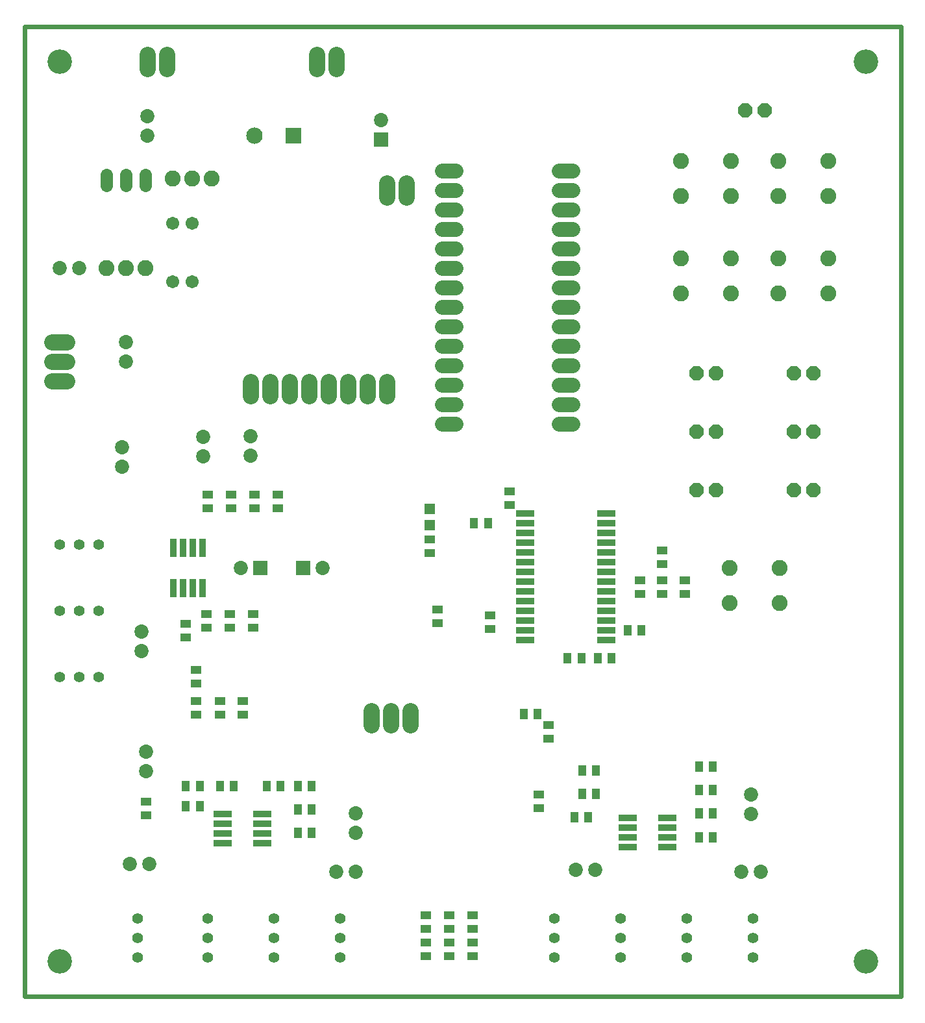
<source format=gts>
G75*
%MOIN*%
%OFA0B0*%
%FSLAX25Y25*%
%IPPOS*%
%LPD*%
%AMOC8*
5,1,8,0,0,1.08239X$1,22.5*
%
%ADD10C,0.02400*%
%ADD11C,0.07300*%
%ADD12C,0.08400*%
%ADD13R,0.08400X0.08400*%
%ADD14R,0.07300X0.07300*%
%ADD15C,0.08200*%
%ADD16C,0.07600*%
%ADD17C,0.08200*%
%ADD18C,0.00000*%
%ADD19C,0.12611*%
%ADD20C,0.06400*%
%ADD21C,0.06743*%
%ADD22R,0.05524X0.03950*%
%ADD23R,0.09500X0.03200*%
%ADD24R,0.03950X0.05524*%
%ADD25C,0.05600*%
%ADD26R,0.03200X0.09500*%
%ADD27R,0.09501X0.03202*%
%ADD28R,0.05524X0.05524*%
%ADD29OC8,0.07400*%
D10*
X0004200Y0002200D02*
X0004200Y0500200D01*
X0454200Y0500200D01*
X0454200Y0002200D01*
X0004200Y0002200D01*
D11*
X0058200Y0070200D03*
X0068200Y0070200D03*
X0066700Y0117700D03*
X0066700Y0127700D03*
X0064400Y0179500D03*
X0064400Y0189500D03*
X0115200Y0222200D03*
X0157200Y0222200D03*
X0120300Y0279700D03*
X0120300Y0289700D03*
X0095900Y0289600D03*
X0095900Y0279600D03*
X0054200Y0284200D03*
X0054200Y0274200D03*
X0056200Y0328200D03*
X0056200Y0338200D03*
X0032200Y0376200D03*
X0022200Y0376200D03*
X0067200Y0444200D03*
X0067200Y0454200D03*
X0187200Y0452200D03*
X0377200Y0105700D03*
X0377200Y0095700D03*
X0372200Y0066200D03*
X0382200Y0066200D03*
X0297200Y0067200D03*
X0287200Y0067200D03*
X0174200Y0066200D03*
X0164200Y0066200D03*
X0174200Y0086200D03*
X0174200Y0096200D03*
D12*
X0122200Y0444200D03*
D13*
X0142200Y0444200D03*
D14*
X0187200Y0442200D03*
X0147200Y0222200D03*
X0125200Y0222200D03*
D15*
X0182200Y0148900D02*
X0182200Y0141500D01*
X0192200Y0141500D02*
X0192200Y0148900D01*
X0202200Y0148900D02*
X0202200Y0141500D01*
X0190200Y0310500D02*
X0190200Y0317900D01*
X0180200Y0317900D02*
X0180200Y0310500D01*
X0170200Y0310500D02*
X0170200Y0317900D01*
X0160200Y0317900D02*
X0160200Y0310500D01*
X0150200Y0310500D02*
X0150200Y0317900D01*
X0140200Y0317900D02*
X0140200Y0310500D01*
X0130200Y0310500D02*
X0130200Y0317900D01*
X0120200Y0317900D02*
X0120200Y0310500D01*
X0025900Y0318200D02*
X0018500Y0318200D01*
X0018500Y0328200D02*
X0025900Y0328200D01*
X0025900Y0338200D02*
X0018500Y0338200D01*
X0067200Y0478500D02*
X0067200Y0485900D01*
X0077200Y0485900D02*
X0077200Y0478500D01*
X0154200Y0478500D02*
X0154200Y0485900D01*
X0164200Y0485900D02*
X0164200Y0478500D01*
X0190200Y0419900D02*
X0190200Y0412500D01*
X0200200Y0412500D02*
X0200200Y0419900D01*
D16*
X0218800Y0416200D02*
X0225600Y0416200D01*
X0225600Y0406200D02*
X0218800Y0406200D01*
X0218800Y0396200D02*
X0225600Y0396200D01*
X0225600Y0386200D02*
X0218800Y0386200D01*
X0218800Y0376200D02*
X0225600Y0376200D01*
X0225600Y0366200D02*
X0218800Y0366200D01*
X0218800Y0356200D02*
X0225600Y0356200D01*
X0225600Y0346200D02*
X0218800Y0346200D01*
X0218800Y0336200D02*
X0225600Y0336200D01*
X0225600Y0326200D02*
X0218800Y0326200D01*
X0218800Y0316200D02*
X0225600Y0316200D01*
X0225600Y0306200D02*
X0218800Y0306200D01*
X0218800Y0296200D02*
X0225600Y0296200D01*
X0278800Y0296200D02*
X0285600Y0296200D01*
X0285600Y0306200D02*
X0278800Y0306200D01*
X0278800Y0316200D02*
X0285600Y0316200D01*
X0285600Y0326200D02*
X0278800Y0326200D01*
X0278800Y0336200D02*
X0285600Y0336200D01*
X0285600Y0346200D02*
X0278800Y0346200D01*
X0278800Y0356200D02*
X0285600Y0356200D01*
X0285600Y0366200D02*
X0278800Y0366200D01*
X0278800Y0376200D02*
X0285600Y0376200D01*
X0285600Y0386200D02*
X0278800Y0386200D01*
X0278800Y0396200D02*
X0285600Y0396200D01*
X0285600Y0406200D02*
X0278800Y0406200D01*
X0278800Y0416200D02*
X0285600Y0416200D01*
X0285600Y0426200D02*
X0278800Y0426200D01*
X0225600Y0426200D02*
X0218800Y0426200D01*
D17*
X0100200Y0422200D03*
X0090200Y0422200D03*
X0080200Y0422200D03*
X0066200Y0376200D03*
X0056200Y0376200D03*
X0046200Y0376200D03*
X0341400Y0381100D03*
X0341400Y0363300D03*
X0367000Y0363300D03*
X0367000Y0381100D03*
X0391400Y0381100D03*
X0391400Y0363300D03*
X0417000Y0363300D03*
X0417000Y0381100D03*
X0417000Y0413300D03*
X0417000Y0431100D03*
X0391400Y0431100D03*
X0391400Y0413300D03*
X0367000Y0413300D03*
X0367000Y0431100D03*
X0341400Y0431100D03*
X0341400Y0413300D03*
X0366400Y0222100D03*
X0366400Y0204300D03*
X0392000Y0204300D03*
X0392000Y0222100D03*
D18*
X0430294Y0020200D02*
X0430296Y0020353D01*
X0430302Y0020507D01*
X0430312Y0020660D01*
X0430326Y0020812D01*
X0430344Y0020965D01*
X0430366Y0021116D01*
X0430391Y0021267D01*
X0430421Y0021418D01*
X0430455Y0021568D01*
X0430492Y0021716D01*
X0430533Y0021864D01*
X0430578Y0022010D01*
X0430627Y0022156D01*
X0430680Y0022300D01*
X0430736Y0022442D01*
X0430796Y0022583D01*
X0430860Y0022723D01*
X0430927Y0022861D01*
X0430998Y0022997D01*
X0431073Y0023131D01*
X0431150Y0023263D01*
X0431232Y0023393D01*
X0431316Y0023521D01*
X0431404Y0023647D01*
X0431495Y0023770D01*
X0431589Y0023891D01*
X0431687Y0024009D01*
X0431787Y0024125D01*
X0431891Y0024238D01*
X0431997Y0024349D01*
X0432106Y0024457D01*
X0432218Y0024562D01*
X0432332Y0024663D01*
X0432450Y0024762D01*
X0432569Y0024858D01*
X0432691Y0024951D01*
X0432816Y0025040D01*
X0432943Y0025127D01*
X0433072Y0025209D01*
X0433203Y0025289D01*
X0433336Y0025365D01*
X0433471Y0025438D01*
X0433608Y0025507D01*
X0433747Y0025572D01*
X0433887Y0025634D01*
X0434029Y0025692D01*
X0434172Y0025747D01*
X0434317Y0025798D01*
X0434463Y0025845D01*
X0434610Y0025888D01*
X0434758Y0025927D01*
X0434907Y0025963D01*
X0435057Y0025994D01*
X0435208Y0026022D01*
X0435359Y0026046D01*
X0435512Y0026066D01*
X0435664Y0026082D01*
X0435817Y0026094D01*
X0435970Y0026102D01*
X0436123Y0026106D01*
X0436277Y0026106D01*
X0436430Y0026102D01*
X0436583Y0026094D01*
X0436736Y0026082D01*
X0436888Y0026066D01*
X0437041Y0026046D01*
X0437192Y0026022D01*
X0437343Y0025994D01*
X0437493Y0025963D01*
X0437642Y0025927D01*
X0437790Y0025888D01*
X0437937Y0025845D01*
X0438083Y0025798D01*
X0438228Y0025747D01*
X0438371Y0025692D01*
X0438513Y0025634D01*
X0438653Y0025572D01*
X0438792Y0025507D01*
X0438929Y0025438D01*
X0439064Y0025365D01*
X0439197Y0025289D01*
X0439328Y0025209D01*
X0439457Y0025127D01*
X0439584Y0025040D01*
X0439709Y0024951D01*
X0439831Y0024858D01*
X0439950Y0024762D01*
X0440068Y0024663D01*
X0440182Y0024562D01*
X0440294Y0024457D01*
X0440403Y0024349D01*
X0440509Y0024238D01*
X0440613Y0024125D01*
X0440713Y0024009D01*
X0440811Y0023891D01*
X0440905Y0023770D01*
X0440996Y0023647D01*
X0441084Y0023521D01*
X0441168Y0023393D01*
X0441250Y0023263D01*
X0441327Y0023131D01*
X0441402Y0022997D01*
X0441473Y0022861D01*
X0441540Y0022723D01*
X0441604Y0022583D01*
X0441664Y0022442D01*
X0441720Y0022300D01*
X0441773Y0022156D01*
X0441822Y0022010D01*
X0441867Y0021864D01*
X0441908Y0021716D01*
X0441945Y0021568D01*
X0441979Y0021418D01*
X0442009Y0021267D01*
X0442034Y0021116D01*
X0442056Y0020965D01*
X0442074Y0020812D01*
X0442088Y0020660D01*
X0442098Y0020507D01*
X0442104Y0020353D01*
X0442106Y0020200D01*
X0442104Y0020047D01*
X0442098Y0019893D01*
X0442088Y0019740D01*
X0442074Y0019588D01*
X0442056Y0019435D01*
X0442034Y0019284D01*
X0442009Y0019133D01*
X0441979Y0018982D01*
X0441945Y0018832D01*
X0441908Y0018684D01*
X0441867Y0018536D01*
X0441822Y0018390D01*
X0441773Y0018244D01*
X0441720Y0018100D01*
X0441664Y0017958D01*
X0441604Y0017817D01*
X0441540Y0017677D01*
X0441473Y0017539D01*
X0441402Y0017403D01*
X0441327Y0017269D01*
X0441250Y0017137D01*
X0441168Y0017007D01*
X0441084Y0016879D01*
X0440996Y0016753D01*
X0440905Y0016630D01*
X0440811Y0016509D01*
X0440713Y0016391D01*
X0440613Y0016275D01*
X0440509Y0016162D01*
X0440403Y0016051D01*
X0440294Y0015943D01*
X0440182Y0015838D01*
X0440068Y0015737D01*
X0439950Y0015638D01*
X0439831Y0015542D01*
X0439709Y0015449D01*
X0439584Y0015360D01*
X0439457Y0015273D01*
X0439328Y0015191D01*
X0439197Y0015111D01*
X0439064Y0015035D01*
X0438929Y0014962D01*
X0438792Y0014893D01*
X0438653Y0014828D01*
X0438513Y0014766D01*
X0438371Y0014708D01*
X0438228Y0014653D01*
X0438083Y0014602D01*
X0437937Y0014555D01*
X0437790Y0014512D01*
X0437642Y0014473D01*
X0437493Y0014437D01*
X0437343Y0014406D01*
X0437192Y0014378D01*
X0437041Y0014354D01*
X0436888Y0014334D01*
X0436736Y0014318D01*
X0436583Y0014306D01*
X0436430Y0014298D01*
X0436277Y0014294D01*
X0436123Y0014294D01*
X0435970Y0014298D01*
X0435817Y0014306D01*
X0435664Y0014318D01*
X0435512Y0014334D01*
X0435359Y0014354D01*
X0435208Y0014378D01*
X0435057Y0014406D01*
X0434907Y0014437D01*
X0434758Y0014473D01*
X0434610Y0014512D01*
X0434463Y0014555D01*
X0434317Y0014602D01*
X0434172Y0014653D01*
X0434029Y0014708D01*
X0433887Y0014766D01*
X0433747Y0014828D01*
X0433608Y0014893D01*
X0433471Y0014962D01*
X0433336Y0015035D01*
X0433203Y0015111D01*
X0433072Y0015191D01*
X0432943Y0015273D01*
X0432816Y0015360D01*
X0432691Y0015449D01*
X0432569Y0015542D01*
X0432450Y0015638D01*
X0432332Y0015737D01*
X0432218Y0015838D01*
X0432106Y0015943D01*
X0431997Y0016051D01*
X0431891Y0016162D01*
X0431787Y0016275D01*
X0431687Y0016391D01*
X0431589Y0016509D01*
X0431495Y0016630D01*
X0431404Y0016753D01*
X0431316Y0016879D01*
X0431232Y0017007D01*
X0431150Y0017137D01*
X0431073Y0017269D01*
X0430998Y0017403D01*
X0430927Y0017539D01*
X0430860Y0017677D01*
X0430796Y0017817D01*
X0430736Y0017958D01*
X0430680Y0018100D01*
X0430627Y0018244D01*
X0430578Y0018390D01*
X0430533Y0018536D01*
X0430492Y0018684D01*
X0430455Y0018832D01*
X0430421Y0018982D01*
X0430391Y0019133D01*
X0430366Y0019284D01*
X0430344Y0019435D01*
X0430326Y0019588D01*
X0430312Y0019740D01*
X0430302Y0019893D01*
X0430296Y0020047D01*
X0430294Y0020200D01*
X0016294Y0020200D02*
X0016296Y0020353D01*
X0016302Y0020507D01*
X0016312Y0020660D01*
X0016326Y0020812D01*
X0016344Y0020965D01*
X0016366Y0021116D01*
X0016391Y0021267D01*
X0016421Y0021418D01*
X0016455Y0021568D01*
X0016492Y0021716D01*
X0016533Y0021864D01*
X0016578Y0022010D01*
X0016627Y0022156D01*
X0016680Y0022300D01*
X0016736Y0022442D01*
X0016796Y0022583D01*
X0016860Y0022723D01*
X0016927Y0022861D01*
X0016998Y0022997D01*
X0017073Y0023131D01*
X0017150Y0023263D01*
X0017232Y0023393D01*
X0017316Y0023521D01*
X0017404Y0023647D01*
X0017495Y0023770D01*
X0017589Y0023891D01*
X0017687Y0024009D01*
X0017787Y0024125D01*
X0017891Y0024238D01*
X0017997Y0024349D01*
X0018106Y0024457D01*
X0018218Y0024562D01*
X0018332Y0024663D01*
X0018450Y0024762D01*
X0018569Y0024858D01*
X0018691Y0024951D01*
X0018816Y0025040D01*
X0018943Y0025127D01*
X0019072Y0025209D01*
X0019203Y0025289D01*
X0019336Y0025365D01*
X0019471Y0025438D01*
X0019608Y0025507D01*
X0019747Y0025572D01*
X0019887Y0025634D01*
X0020029Y0025692D01*
X0020172Y0025747D01*
X0020317Y0025798D01*
X0020463Y0025845D01*
X0020610Y0025888D01*
X0020758Y0025927D01*
X0020907Y0025963D01*
X0021057Y0025994D01*
X0021208Y0026022D01*
X0021359Y0026046D01*
X0021512Y0026066D01*
X0021664Y0026082D01*
X0021817Y0026094D01*
X0021970Y0026102D01*
X0022123Y0026106D01*
X0022277Y0026106D01*
X0022430Y0026102D01*
X0022583Y0026094D01*
X0022736Y0026082D01*
X0022888Y0026066D01*
X0023041Y0026046D01*
X0023192Y0026022D01*
X0023343Y0025994D01*
X0023493Y0025963D01*
X0023642Y0025927D01*
X0023790Y0025888D01*
X0023937Y0025845D01*
X0024083Y0025798D01*
X0024228Y0025747D01*
X0024371Y0025692D01*
X0024513Y0025634D01*
X0024653Y0025572D01*
X0024792Y0025507D01*
X0024929Y0025438D01*
X0025064Y0025365D01*
X0025197Y0025289D01*
X0025328Y0025209D01*
X0025457Y0025127D01*
X0025584Y0025040D01*
X0025709Y0024951D01*
X0025831Y0024858D01*
X0025950Y0024762D01*
X0026068Y0024663D01*
X0026182Y0024562D01*
X0026294Y0024457D01*
X0026403Y0024349D01*
X0026509Y0024238D01*
X0026613Y0024125D01*
X0026713Y0024009D01*
X0026811Y0023891D01*
X0026905Y0023770D01*
X0026996Y0023647D01*
X0027084Y0023521D01*
X0027168Y0023393D01*
X0027250Y0023263D01*
X0027327Y0023131D01*
X0027402Y0022997D01*
X0027473Y0022861D01*
X0027540Y0022723D01*
X0027604Y0022583D01*
X0027664Y0022442D01*
X0027720Y0022300D01*
X0027773Y0022156D01*
X0027822Y0022010D01*
X0027867Y0021864D01*
X0027908Y0021716D01*
X0027945Y0021568D01*
X0027979Y0021418D01*
X0028009Y0021267D01*
X0028034Y0021116D01*
X0028056Y0020965D01*
X0028074Y0020812D01*
X0028088Y0020660D01*
X0028098Y0020507D01*
X0028104Y0020353D01*
X0028106Y0020200D01*
X0028104Y0020047D01*
X0028098Y0019893D01*
X0028088Y0019740D01*
X0028074Y0019588D01*
X0028056Y0019435D01*
X0028034Y0019284D01*
X0028009Y0019133D01*
X0027979Y0018982D01*
X0027945Y0018832D01*
X0027908Y0018684D01*
X0027867Y0018536D01*
X0027822Y0018390D01*
X0027773Y0018244D01*
X0027720Y0018100D01*
X0027664Y0017958D01*
X0027604Y0017817D01*
X0027540Y0017677D01*
X0027473Y0017539D01*
X0027402Y0017403D01*
X0027327Y0017269D01*
X0027250Y0017137D01*
X0027168Y0017007D01*
X0027084Y0016879D01*
X0026996Y0016753D01*
X0026905Y0016630D01*
X0026811Y0016509D01*
X0026713Y0016391D01*
X0026613Y0016275D01*
X0026509Y0016162D01*
X0026403Y0016051D01*
X0026294Y0015943D01*
X0026182Y0015838D01*
X0026068Y0015737D01*
X0025950Y0015638D01*
X0025831Y0015542D01*
X0025709Y0015449D01*
X0025584Y0015360D01*
X0025457Y0015273D01*
X0025328Y0015191D01*
X0025197Y0015111D01*
X0025064Y0015035D01*
X0024929Y0014962D01*
X0024792Y0014893D01*
X0024653Y0014828D01*
X0024513Y0014766D01*
X0024371Y0014708D01*
X0024228Y0014653D01*
X0024083Y0014602D01*
X0023937Y0014555D01*
X0023790Y0014512D01*
X0023642Y0014473D01*
X0023493Y0014437D01*
X0023343Y0014406D01*
X0023192Y0014378D01*
X0023041Y0014354D01*
X0022888Y0014334D01*
X0022736Y0014318D01*
X0022583Y0014306D01*
X0022430Y0014298D01*
X0022277Y0014294D01*
X0022123Y0014294D01*
X0021970Y0014298D01*
X0021817Y0014306D01*
X0021664Y0014318D01*
X0021512Y0014334D01*
X0021359Y0014354D01*
X0021208Y0014378D01*
X0021057Y0014406D01*
X0020907Y0014437D01*
X0020758Y0014473D01*
X0020610Y0014512D01*
X0020463Y0014555D01*
X0020317Y0014602D01*
X0020172Y0014653D01*
X0020029Y0014708D01*
X0019887Y0014766D01*
X0019747Y0014828D01*
X0019608Y0014893D01*
X0019471Y0014962D01*
X0019336Y0015035D01*
X0019203Y0015111D01*
X0019072Y0015191D01*
X0018943Y0015273D01*
X0018816Y0015360D01*
X0018691Y0015449D01*
X0018569Y0015542D01*
X0018450Y0015638D01*
X0018332Y0015737D01*
X0018218Y0015838D01*
X0018106Y0015943D01*
X0017997Y0016051D01*
X0017891Y0016162D01*
X0017787Y0016275D01*
X0017687Y0016391D01*
X0017589Y0016509D01*
X0017495Y0016630D01*
X0017404Y0016753D01*
X0017316Y0016879D01*
X0017232Y0017007D01*
X0017150Y0017137D01*
X0017073Y0017269D01*
X0016998Y0017403D01*
X0016927Y0017539D01*
X0016860Y0017677D01*
X0016796Y0017817D01*
X0016736Y0017958D01*
X0016680Y0018100D01*
X0016627Y0018244D01*
X0016578Y0018390D01*
X0016533Y0018536D01*
X0016492Y0018684D01*
X0016455Y0018832D01*
X0016421Y0018982D01*
X0016391Y0019133D01*
X0016366Y0019284D01*
X0016344Y0019435D01*
X0016326Y0019588D01*
X0016312Y0019740D01*
X0016302Y0019893D01*
X0016296Y0020047D01*
X0016294Y0020200D01*
X0016294Y0482200D02*
X0016296Y0482353D01*
X0016302Y0482507D01*
X0016312Y0482660D01*
X0016326Y0482812D01*
X0016344Y0482965D01*
X0016366Y0483116D01*
X0016391Y0483267D01*
X0016421Y0483418D01*
X0016455Y0483568D01*
X0016492Y0483716D01*
X0016533Y0483864D01*
X0016578Y0484010D01*
X0016627Y0484156D01*
X0016680Y0484300D01*
X0016736Y0484442D01*
X0016796Y0484583D01*
X0016860Y0484723D01*
X0016927Y0484861D01*
X0016998Y0484997D01*
X0017073Y0485131D01*
X0017150Y0485263D01*
X0017232Y0485393D01*
X0017316Y0485521D01*
X0017404Y0485647D01*
X0017495Y0485770D01*
X0017589Y0485891D01*
X0017687Y0486009D01*
X0017787Y0486125D01*
X0017891Y0486238D01*
X0017997Y0486349D01*
X0018106Y0486457D01*
X0018218Y0486562D01*
X0018332Y0486663D01*
X0018450Y0486762D01*
X0018569Y0486858D01*
X0018691Y0486951D01*
X0018816Y0487040D01*
X0018943Y0487127D01*
X0019072Y0487209D01*
X0019203Y0487289D01*
X0019336Y0487365D01*
X0019471Y0487438D01*
X0019608Y0487507D01*
X0019747Y0487572D01*
X0019887Y0487634D01*
X0020029Y0487692D01*
X0020172Y0487747D01*
X0020317Y0487798D01*
X0020463Y0487845D01*
X0020610Y0487888D01*
X0020758Y0487927D01*
X0020907Y0487963D01*
X0021057Y0487994D01*
X0021208Y0488022D01*
X0021359Y0488046D01*
X0021512Y0488066D01*
X0021664Y0488082D01*
X0021817Y0488094D01*
X0021970Y0488102D01*
X0022123Y0488106D01*
X0022277Y0488106D01*
X0022430Y0488102D01*
X0022583Y0488094D01*
X0022736Y0488082D01*
X0022888Y0488066D01*
X0023041Y0488046D01*
X0023192Y0488022D01*
X0023343Y0487994D01*
X0023493Y0487963D01*
X0023642Y0487927D01*
X0023790Y0487888D01*
X0023937Y0487845D01*
X0024083Y0487798D01*
X0024228Y0487747D01*
X0024371Y0487692D01*
X0024513Y0487634D01*
X0024653Y0487572D01*
X0024792Y0487507D01*
X0024929Y0487438D01*
X0025064Y0487365D01*
X0025197Y0487289D01*
X0025328Y0487209D01*
X0025457Y0487127D01*
X0025584Y0487040D01*
X0025709Y0486951D01*
X0025831Y0486858D01*
X0025950Y0486762D01*
X0026068Y0486663D01*
X0026182Y0486562D01*
X0026294Y0486457D01*
X0026403Y0486349D01*
X0026509Y0486238D01*
X0026613Y0486125D01*
X0026713Y0486009D01*
X0026811Y0485891D01*
X0026905Y0485770D01*
X0026996Y0485647D01*
X0027084Y0485521D01*
X0027168Y0485393D01*
X0027250Y0485263D01*
X0027327Y0485131D01*
X0027402Y0484997D01*
X0027473Y0484861D01*
X0027540Y0484723D01*
X0027604Y0484583D01*
X0027664Y0484442D01*
X0027720Y0484300D01*
X0027773Y0484156D01*
X0027822Y0484010D01*
X0027867Y0483864D01*
X0027908Y0483716D01*
X0027945Y0483568D01*
X0027979Y0483418D01*
X0028009Y0483267D01*
X0028034Y0483116D01*
X0028056Y0482965D01*
X0028074Y0482812D01*
X0028088Y0482660D01*
X0028098Y0482507D01*
X0028104Y0482353D01*
X0028106Y0482200D01*
X0028104Y0482047D01*
X0028098Y0481893D01*
X0028088Y0481740D01*
X0028074Y0481588D01*
X0028056Y0481435D01*
X0028034Y0481284D01*
X0028009Y0481133D01*
X0027979Y0480982D01*
X0027945Y0480832D01*
X0027908Y0480684D01*
X0027867Y0480536D01*
X0027822Y0480390D01*
X0027773Y0480244D01*
X0027720Y0480100D01*
X0027664Y0479958D01*
X0027604Y0479817D01*
X0027540Y0479677D01*
X0027473Y0479539D01*
X0027402Y0479403D01*
X0027327Y0479269D01*
X0027250Y0479137D01*
X0027168Y0479007D01*
X0027084Y0478879D01*
X0026996Y0478753D01*
X0026905Y0478630D01*
X0026811Y0478509D01*
X0026713Y0478391D01*
X0026613Y0478275D01*
X0026509Y0478162D01*
X0026403Y0478051D01*
X0026294Y0477943D01*
X0026182Y0477838D01*
X0026068Y0477737D01*
X0025950Y0477638D01*
X0025831Y0477542D01*
X0025709Y0477449D01*
X0025584Y0477360D01*
X0025457Y0477273D01*
X0025328Y0477191D01*
X0025197Y0477111D01*
X0025064Y0477035D01*
X0024929Y0476962D01*
X0024792Y0476893D01*
X0024653Y0476828D01*
X0024513Y0476766D01*
X0024371Y0476708D01*
X0024228Y0476653D01*
X0024083Y0476602D01*
X0023937Y0476555D01*
X0023790Y0476512D01*
X0023642Y0476473D01*
X0023493Y0476437D01*
X0023343Y0476406D01*
X0023192Y0476378D01*
X0023041Y0476354D01*
X0022888Y0476334D01*
X0022736Y0476318D01*
X0022583Y0476306D01*
X0022430Y0476298D01*
X0022277Y0476294D01*
X0022123Y0476294D01*
X0021970Y0476298D01*
X0021817Y0476306D01*
X0021664Y0476318D01*
X0021512Y0476334D01*
X0021359Y0476354D01*
X0021208Y0476378D01*
X0021057Y0476406D01*
X0020907Y0476437D01*
X0020758Y0476473D01*
X0020610Y0476512D01*
X0020463Y0476555D01*
X0020317Y0476602D01*
X0020172Y0476653D01*
X0020029Y0476708D01*
X0019887Y0476766D01*
X0019747Y0476828D01*
X0019608Y0476893D01*
X0019471Y0476962D01*
X0019336Y0477035D01*
X0019203Y0477111D01*
X0019072Y0477191D01*
X0018943Y0477273D01*
X0018816Y0477360D01*
X0018691Y0477449D01*
X0018569Y0477542D01*
X0018450Y0477638D01*
X0018332Y0477737D01*
X0018218Y0477838D01*
X0018106Y0477943D01*
X0017997Y0478051D01*
X0017891Y0478162D01*
X0017787Y0478275D01*
X0017687Y0478391D01*
X0017589Y0478509D01*
X0017495Y0478630D01*
X0017404Y0478753D01*
X0017316Y0478879D01*
X0017232Y0479007D01*
X0017150Y0479137D01*
X0017073Y0479269D01*
X0016998Y0479403D01*
X0016927Y0479539D01*
X0016860Y0479677D01*
X0016796Y0479817D01*
X0016736Y0479958D01*
X0016680Y0480100D01*
X0016627Y0480244D01*
X0016578Y0480390D01*
X0016533Y0480536D01*
X0016492Y0480684D01*
X0016455Y0480832D01*
X0016421Y0480982D01*
X0016391Y0481133D01*
X0016366Y0481284D01*
X0016344Y0481435D01*
X0016326Y0481588D01*
X0016312Y0481740D01*
X0016302Y0481893D01*
X0016296Y0482047D01*
X0016294Y0482200D01*
X0430294Y0482200D02*
X0430296Y0482353D01*
X0430302Y0482507D01*
X0430312Y0482660D01*
X0430326Y0482812D01*
X0430344Y0482965D01*
X0430366Y0483116D01*
X0430391Y0483267D01*
X0430421Y0483418D01*
X0430455Y0483568D01*
X0430492Y0483716D01*
X0430533Y0483864D01*
X0430578Y0484010D01*
X0430627Y0484156D01*
X0430680Y0484300D01*
X0430736Y0484442D01*
X0430796Y0484583D01*
X0430860Y0484723D01*
X0430927Y0484861D01*
X0430998Y0484997D01*
X0431073Y0485131D01*
X0431150Y0485263D01*
X0431232Y0485393D01*
X0431316Y0485521D01*
X0431404Y0485647D01*
X0431495Y0485770D01*
X0431589Y0485891D01*
X0431687Y0486009D01*
X0431787Y0486125D01*
X0431891Y0486238D01*
X0431997Y0486349D01*
X0432106Y0486457D01*
X0432218Y0486562D01*
X0432332Y0486663D01*
X0432450Y0486762D01*
X0432569Y0486858D01*
X0432691Y0486951D01*
X0432816Y0487040D01*
X0432943Y0487127D01*
X0433072Y0487209D01*
X0433203Y0487289D01*
X0433336Y0487365D01*
X0433471Y0487438D01*
X0433608Y0487507D01*
X0433747Y0487572D01*
X0433887Y0487634D01*
X0434029Y0487692D01*
X0434172Y0487747D01*
X0434317Y0487798D01*
X0434463Y0487845D01*
X0434610Y0487888D01*
X0434758Y0487927D01*
X0434907Y0487963D01*
X0435057Y0487994D01*
X0435208Y0488022D01*
X0435359Y0488046D01*
X0435512Y0488066D01*
X0435664Y0488082D01*
X0435817Y0488094D01*
X0435970Y0488102D01*
X0436123Y0488106D01*
X0436277Y0488106D01*
X0436430Y0488102D01*
X0436583Y0488094D01*
X0436736Y0488082D01*
X0436888Y0488066D01*
X0437041Y0488046D01*
X0437192Y0488022D01*
X0437343Y0487994D01*
X0437493Y0487963D01*
X0437642Y0487927D01*
X0437790Y0487888D01*
X0437937Y0487845D01*
X0438083Y0487798D01*
X0438228Y0487747D01*
X0438371Y0487692D01*
X0438513Y0487634D01*
X0438653Y0487572D01*
X0438792Y0487507D01*
X0438929Y0487438D01*
X0439064Y0487365D01*
X0439197Y0487289D01*
X0439328Y0487209D01*
X0439457Y0487127D01*
X0439584Y0487040D01*
X0439709Y0486951D01*
X0439831Y0486858D01*
X0439950Y0486762D01*
X0440068Y0486663D01*
X0440182Y0486562D01*
X0440294Y0486457D01*
X0440403Y0486349D01*
X0440509Y0486238D01*
X0440613Y0486125D01*
X0440713Y0486009D01*
X0440811Y0485891D01*
X0440905Y0485770D01*
X0440996Y0485647D01*
X0441084Y0485521D01*
X0441168Y0485393D01*
X0441250Y0485263D01*
X0441327Y0485131D01*
X0441402Y0484997D01*
X0441473Y0484861D01*
X0441540Y0484723D01*
X0441604Y0484583D01*
X0441664Y0484442D01*
X0441720Y0484300D01*
X0441773Y0484156D01*
X0441822Y0484010D01*
X0441867Y0483864D01*
X0441908Y0483716D01*
X0441945Y0483568D01*
X0441979Y0483418D01*
X0442009Y0483267D01*
X0442034Y0483116D01*
X0442056Y0482965D01*
X0442074Y0482812D01*
X0442088Y0482660D01*
X0442098Y0482507D01*
X0442104Y0482353D01*
X0442106Y0482200D01*
X0442104Y0482047D01*
X0442098Y0481893D01*
X0442088Y0481740D01*
X0442074Y0481588D01*
X0442056Y0481435D01*
X0442034Y0481284D01*
X0442009Y0481133D01*
X0441979Y0480982D01*
X0441945Y0480832D01*
X0441908Y0480684D01*
X0441867Y0480536D01*
X0441822Y0480390D01*
X0441773Y0480244D01*
X0441720Y0480100D01*
X0441664Y0479958D01*
X0441604Y0479817D01*
X0441540Y0479677D01*
X0441473Y0479539D01*
X0441402Y0479403D01*
X0441327Y0479269D01*
X0441250Y0479137D01*
X0441168Y0479007D01*
X0441084Y0478879D01*
X0440996Y0478753D01*
X0440905Y0478630D01*
X0440811Y0478509D01*
X0440713Y0478391D01*
X0440613Y0478275D01*
X0440509Y0478162D01*
X0440403Y0478051D01*
X0440294Y0477943D01*
X0440182Y0477838D01*
X0440068Y0477737D01*
X0439950Y0477638D01*
X0439831Y0477542D01*
X0439709Y0477449D01*
X0439584Y0477360D01*
X0439457Y0477273D01*
X0439328Y0477191D01*
X0439197Y0477111D01*
X0439064Y0477035D01*
X0438929Y0476962D01*
X0438792Y0476893D01*
X0438653Y0476828D01*
X0438513Y0476766D01*
X0438371Y0476708D01*
X0438228Y0476653D01*
X0438083Y0476602D01*
X0437937Y0476555D01*
X0437790Y0476512D01*
X0437642Y0476473D01*
X0437493Y0476437D01*
X0437343Y0476406D01*
X0437192Y0476378D01*
X0437041Y0476354D01*
X0436888Y0476334D01*
X0436736Y0476318D01*
X0436583Y0476306D01*
X0436430Y0476298D01*
X0436277Y0476294D01*
X0436123Y0476294D01*
X0435970Y0476298D01*
X0435817Y0476306D01*
X0435664Y0476318D01*
X0435512Y0476334D01*
X0435359Y0476354D01*
X0435208Y0476378D01*
X0435057Y0476406D01*
X0434907Y0476437D01*
X0434758Y0476473D01*
X0434610Y0476512D01*
X0434463Y0476555D01*
X0434317Y0476602D01*
X0434172Y0476653D01*
X0434029Y0476708D01*
X0433887Y0476766D01*
X0433747Y0476828D01*
X0433608Y0476893D01*
X0433471Y0476962D01*
X0433336Y0477035D01*
X0433203Y0477111D01*
X0433072Y0477191D01*
X0432943Y0477273D01*
X0432816Y0477360D01*
X0432691Y0477449D01*
X0432569Y0477542D01*
X0432450Y0477638D01*
X0432332Y0477737D01*
X0432218Y0477838D01*
X0432106Y0477943D01*
X0431997Y0478051D01*
X0431891Y0478162D01*
X0431787Y0478275D01*
X0431687Y0478391D01*
X0431589Y0478509D01*
X0431495Y0478630D01*
X0431404Y0478753D01*
X0431316Y0478879D01*
X0431232Y0479007D01*
X0431150Y0479137D01*
X0431073Y0479269D01*
X0430998Y0479403D01*
X0430927Y0479539D01*
X0430860Y0479677D01*
X0430796Y0479817D01*
X0430736Y0479958D01*
X0430680Y0480100D01*
X0430627Y0480244D01*
X0430578Y0480390D01*
X0430533Y0480536D01*
X0430492Y0480684D01*
X0430455Y0480832D01*
X0430421Y0480982D01*
X0430391Y0481133D01*
X0430366Y0481284D01*
X0430344Y0481435D01*
X0430326Y0481588D01*
X0430312Y0481740D01*
X0430302Y0481893D01*
X0430296Y0482047D01*
X0430294Y0482200D01*
D19*
X0436200Y0482200D03*
X0022200Y0482200D03*
X0022200Y0020200D03*
X0436200Y0020200D03*
D20*
X0066200Y0418400D02*
X0066200Y0424000D01*
X0056200Y0424000D02*
X0056200Y0418400D01*
X0046200Y0418400D02*
X0046200Y0424000D01*
D21*
X0080200Y0399200D03*
X0090200Y0399200D03*
X0090200Y0369200D03*
X0080200Y0369200D03*
D22*
X0098200Y0259743D03*
X0098200Y0252657D03*
X0110200Y0252657D03*
X0110200Y0259743D03*
X0122200Y0259743D03*
X0122200Y0252657D03*
X0134200Y0252657D03*
X0134200Y0259743D03*
X0121600Y0198543D03*
X0121600Y0191457D03*
X0109600Y0191457D03*
X0109600Y0198543D03*
X0097600Y0198543D03*
X0097600Y0191457D03*
X0087100Y0193543D03*
X0087100Y0186457D03*
X0092200Y0169743D03*
X0092200Y0162657D03*
X0092200Y0153743D03*
X0092200Y0146657D03*
X0104700Y0146657D03*
X0104700Y0153743D03*
X0116200Y0153743D03*
X0116200Y0146657D03*
X0066700Y0102143D03*
X0066700Y0095057D03*
X0210200Y0043743D03*
X0210200Y0036657D03*
X0210200Y0029743D03*
X0210200Y0022657D03*
X0222200Y0022657D03*
X0222200Y0029743D03*
X0222200Y0036657D03*
X0222200Y0043743D03*
X0234200Y0043743D03*
X0234200Y0036657D03*
X0234200Y0029743D03*
X0234200Y0022657D03*
X0268200Y0098657D03*
X0268200Y0105743D03*
X0273200Y0134357D03*
X0273200Y0141443D03*
X0243200Y0190657D03*
X0243200Y0197743D03*
X0216200Y0200743D03*
X0216200Y0193657D03*
X0212200Y0229657D03*
X0212200Y0236743D03*
X0253200Y0254457D03*
X0253200Y0261543D03*
X0320200Y0215743D03*
X0320200Y0208657D03*
X0331700Y0208657D03*
X0331700Y0215743D03*
X0331700Y0224157D03*
X0331700Y0231243D03*
X0343200Y0215743D03*
X0343200Y0208657D03*
D23*
X0334500Y0093700D03*
X0334500Y0088700D03*
X0334500Y0083700D03*
X0334500Y0078700D03*
X0313900Y0078700D03*
X0313900Y0083700D03*
X0313900Y0088700D03*
X0313900Y0093700D03*
X0126500Y0095700D03*
X0126500Y0090700D03*
X0126500Y0085700D03*
X0126500Y0080700D03*
X0105900Y0080700D03*
X0105900Y0085700D03*
X0105900Y0090700D03*
X0105900Y0095700D03*
D24*
X0104657Y0110200D03*
X0111743Y0110200D03*
X0128657Y0110200D03*
X0135743Y0110200D03*
X0144657Y0110200D03*
X0151743Y0110200D03*
X0151743Y0098200D03*
X0144657Y0098200D03*
X0144657Y0086200D03*
X0151743Y0086200D03*
X0094243Y0099700D03*
X0087157Y0099700D03*
X0087157Y0110200D03*
X0094243Y0110200D03*
X0235157Y0245200D03*
X0242243Y0245200D03*
X0283157Y0175700D03*
X0290243Y0175700D03*
X0298657Y0175700D03*
X0305743Y0175700D03*
X0313957Y0190200D03*
X0321043Y0190200D03*
X0267743Y0147200D03*
X0260657Y0147200D03*
X0290657Y0118200D03*
X0297743Y0118200D03*
X0297743Y0106200D03*
X0290657Y0106200D03*
X0293743Y0094200D03*
X0286657Y0094200D03*
X0350657Y0096200D03*
X0357743Y0096200D03*
X0357743Y0108200D03*
X0350657Y0108200D03*
X0350657Y0120200D03*
X0357743Y0120200D03*
X0357743Y0083700D03*
X0350657Y0083700D03*
D25*
X0344200Y0042200D03*
X0344200Y0032200D03*
X0344200Y0022200D03*
X0378200Y0022200D03*
X0378200Y0032200D03*
X0378200Y0042200D03*
X0310200Y0042200D03*
X0310200Y0032200D03*
X0310200Y0022200D03*
X0276200Y0022200D03*
X0276200Y0032200D03*
X0276200Y0042200D03*
X0166200Y0042200D03*
X0166200Y0032200D03*
X0166200Y0022200D03*
X0132200Y0022200D03*
X0132200Y0032200D03*
X0132200Y0042200D03*
X0098200Y0042200D03*
X0098200Y0032200D03*
X0098200Y0022200D03*
X0062200Y0022200D03*
X0062200Y0032200D03*
X0062200Y0042200D03*
X0042200Y0166200D03*
X0032200Y0166200D03*
X0022200Y0166200D03*
X0022200Y0200200D03*
X0032200Y0200200D03*
X0042200Y0200200D03*
X0042200Y0234200D03*
X0032200Y0234200D03*
X0022200Y0234200D03*
D26*
X0080700Y0232500D03*
X0085700Y0232500D03*
X0090700Y0232500D03*
X0095700Y0232500D03*
X0095700Y0211900D03*
X0090700Y0211900D03*
X0085700Y0211900D03*
X0080700Y0211900D03*
D27*
X0261275Y0210200D03*
X0261275Y0205200D03*
X0261275Y0200200D03*
X0261275Y0195200D03*
X0261275Y0190200D03*
X0261275Y0185200D03*
X0261275Y0215200D03*
X0261275Y0220200D03*
X0261275Y0225200D03*
X0261275Y0230200D03*
X0261275Y0235200D03*
X0261275Y0240200D03*
X0261275Y0245200D03*
X0261275Y0250200D03*
X0303125Y0250200D03*
X0303125Y0245200D03*
X0303125Y0240200D03*
X0303125Y0235200D03*
X0303125Y0230200D03*
X0303125Y0225200D03*
X0303125Y0220200D03*
X0303125Y0215200D03*
X0303125Y0210200D03*
X0303125Y0205200D03*
X0303125Y0200200D03*
X0303125Y0195200D03*
X0303125Y0190200D03*
X0303125Y0185200D03*
D28*
X0212200Y0244066D03*
X0212200Y0252334D03*
D29*
X0349200Y0262200D03*
X0359200Y0262200D03*
X0359200Y0292200D03*
X0349200Y0292200D03*
X0349200Y0322200D03*
X0359200Y0322200D03*
X0399200Y0322200D03*
X0409200Y0322200D03*
X0409200Y0292200D03*
X0399200Y0292200D03*
X0399200Y0262200D03*
X0409200Y0262200D03*
X0384200Y0457200D03*
X0374200Y0457200D03*
M02*

</source>
